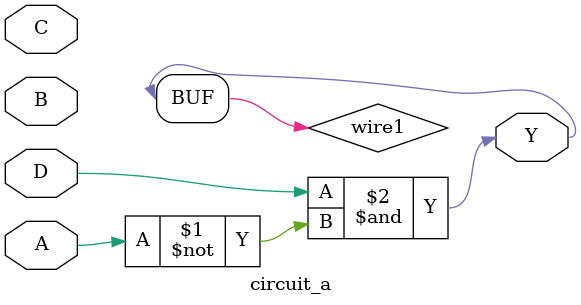
<source format=v>
module circuit_a(
    input A, B, C, D,// Declare inputs
    output Y // Declare Y output
);

    // Enter logic equation here
    assign Y = D & ~A;
    
    wire wire1;
    assign wire1=Y;

endmodule

</source>
